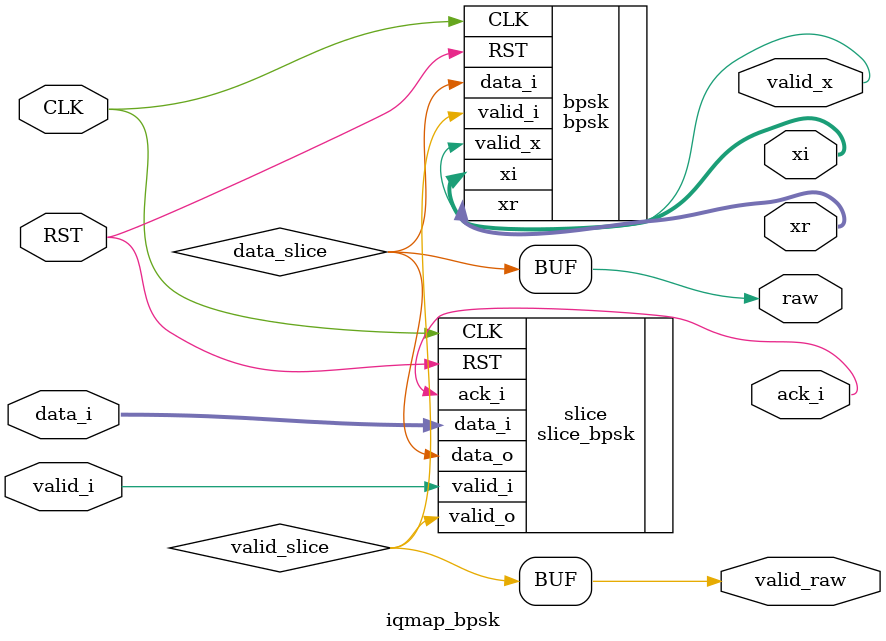
<source format=v>

module iqmap_bpsk
  (
   input         CLK,
   input         RST,

   input         valid_i,
   input [31:0]  data_i,
   output        ack_i, 

   // +- 8
   output [10:0] xr,
   output [10:0] xi,
   output        valid_x,

   output        valid_raw,
   output        raw
   );
   
    wire             data_slice;
    wire             valid_slice;

    slice_bpsk 
      slice
        (
         .CLK(CLK),
         .RST(RST),

         .valid_i(valid_i),
         .data_i(data_i),
         .ack_i(ack_i),

         .data_o(data_slice),
         .valid_o(valid_slice)
         );

    assign raw = data_slice;
    assign valid_raw = valid_slice;

    bpsk bpsk
      (
       .CLK(CLK),
       .RST(RST),

       .valid_i(valid_slice),
       .data_i(data_slice),

       .valid_x(valid_x),
       .xr(xr),
       .xi(xi));

endmodule

// Local Variables:
// compile-command: "cd ../../verilator/comm/iqmap_bpsk; ./runtest.sh"
// End:


</source>
